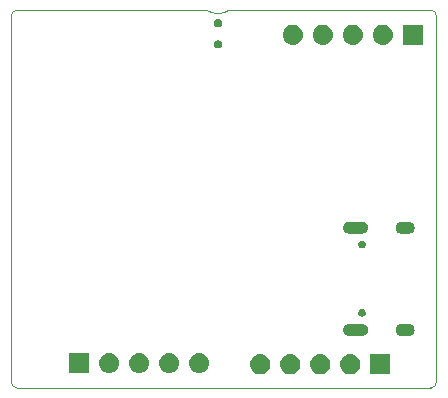
<source format=gbs>
%TF.GenerationSoftware,KiCad,Pcbnew,(6.0.0-rc1-dev-1-g01c5bdfb8)*%
%TF.CreationDate,2019-02-27T15:48:14+01:00*%
%TF.ProjectId,printer-otter,7072696E7465722D6F747465722E6B69,rev?*%
%TF.SameCoordinates,Original*%
%TF.FileFunction,Soldermask,Bot*%
%TF.FilePolarity,Negative*%
%FSLAX46Y46*%
G04 Gerber Fmt 4.6, Leading zero omitted, Abs format (unit mm)*
G04 Created by KiCad (PCBNEW (6.0.0-rc1-dev-1-g01c5bdfb8)) date Wed Feb 27 15:48:14 2019*
%MOMM*%
%LPD*%
G01*
G04 APERTURE LIST*
%ADD10C,0.100000*%
G04 APERTURE END LIST*
D10*
X100000000Y-100500000D02*
G75*
G02X100500000Y-100000000I500000J0D01*
G01*
X100500000Y-132000000D02*
G75*
G02X100000000Y-131500000I0J500000D01*
G01*
X136000000Y-131500000D02*
G75*
G02X135500000Y-132000000I-500000J0D01*
G01*
X135500000Y-100000000D02*
G75*
G02X136000000Y-100500000I0J-500000D01*
G01*
X135500000Y-100000000D02*
X118500000Y-100000000D01*
X136000000Y-131500000D02*
X136000000Y-100500000D01*
X100500000Y-132000000D02*
X135500000Y-132000000D01*
X100000000Y-100500000D02*
X100000000Y-131500000D01*
X104500000Y-100000000D02*
X100500000Y-100000000D01*
X107000000Y-100000000D02*
X104500000Y-100000000D01*
X110000000Y-100000000D02*
X112500000Y-100000000D01*
X113000000Y-100000000D02*
X112500000Y-100000000D01*
X116500000Y-100000000D02*
X116000000Y-100000000D01*
X110000000Y-100000000D02*
X107000000Y-100000000D01*
X116000000Y-100000000D02*
X113000000Y-100000000D01*
X118499999Y-99999999D02*
G75*
G02X116500000Y-100000000I-1000000J1499998D01*
G01*
G36*
X132100000Y-130850000D02*
X130400000Y-130850000D01*
X130400000Y-129150000D01*
X132100000Y-129150000D01*
X132100000Y-130850000D01*
X132100000Y-130850000D01*
G37*
G36*
X121256630Y-129162299D02*
X121416855Y-129210903D01*
X121564520Y-129289831D01*
X121693949Y-129396051D01*
X121800169Y-129525480D01*
X121879097Y-129673145D01*
X121927701Y-129833370D01*
X121944112Y-130000000D01*
X121927701Y-130166630D01*
X121879097Y-130326855D01*
X121800169Y-130474520D01*
X121693949Y-130603949D01*
X121564520Y-130710169D01*
X121416855Y-130789097D01*
X121256630Y-130837701D01*
X121131752Y-130850000D01*
X121048248Y-130850000D01*
X120923370Y-130837701D01*
X120763145Y-130789097D01*
X120615480Y-130710169D01*
X120486051Y-130603949D01*
X120379831Y-130474520D01*
X120300903Y-130326855D01*
X120252299Y-130166630D01*
X120235888Y-130000000D01*
X120252299Y-129833370D01*
X120300903Y-129673145D01*
X120379831Y-129525480D01*
X120486051Y-129396051D01*
X120615480Y-129289831D01*
X120763145Y-129210903D01*
X120923370Y-129162299D01*
X121048248Y-129150000D01*
X121131752Y-129150000D01*
X121256630Y-129162299D01*
X121256630Y-129162299D01*
G37*
G36*
X123796630Y-129162299D02*
X123956855Y-129210903D01*
X124104520Y-129289831D01*
X124233949Y-129396051D01*
X124340169Y-129525480D01*
X124419097Y-129673145D01*
X124467701Y-129833370D01*
X124484112Y-130000000D01*
X124467701Y-130166630D01*
X124419097Y-130326855D01*
X124340169Y-130474520D01*
X124233949Y-130603949D01*
X124104520Y-130710169D01*
X123956855Y-130789097D01*
X123796630Y-130837701D01*
X123671752Y-130850000D01*
X123588248Y-130850000D01*
X123463370Y-130837701D01*
X123303145Y-130789097D01*
X123155480Y-130710169D01*
X123026051Y-130603949D01*
X122919831Y-130474520D01*
X122840903Y-130326855D01*
X122792299Y-130166630D01*
X122775888Y-130000000D01*
X122792299Y-129833370D01*
X122840903Y-129673145D01*
X122919831Y-129525480D01*
X123026051Y-129396051D01*
X123155480Y-129289831D01*
X123303145Y-129210903D01*
X123463370Y-129162299D01*
X123588248Y-129150000D01*
X123671752Y-129150000D01*
X123796630Y-129162299D01*
X123796630Y-129162299D01*
G37*
G36*
X126336630Y-129162299D02*
X126496855Y-129210903D01*
X126644520Y-129289831D01*
X126773949Y-129396051D01*
X126880169Y-129525480D01*
X126959097Y-129673145D01*
X127007701Y-129833370D01*
X127024112Y-130000000D01*
X127007701Y-130166630D01*
X126959097Y-130326855D01*
X126880169Y-130474520D01*
X126773949Y-130603949D01*
X126644520Y-130710169D01*
X126496855Y-130789097D01*
X126336630Y-130837701D01*
X126211752Y-130850000D01*
X126128248Y-130850000D01*
X126003370Y-130837701D01*
X125843145Y-130789097D01*
X125695480Y-130710169D01*
X125566051Y-130603949D01*
X125459831Y-130474520D01*
X125380903Y-130326855D01*
X125332299Y-130166630D01*
X125315888Y-130000000D01*
X125332299Y-129833370D01*
X125380903Y-129673145D01*
X125459831Y-129525480D01*
X125566051Y-129396051D01*
X125695480Y-129289831D01*
X125843145Y-129210903D01*
X126003370Y-129162299D01*
X126128248Y-129150000D01*
X126211752Y-129150000D01*
X126336630Y-129162299D01*
X126336630Y-129162299D01*
G37*
G36*
X128876630Y-129162299D02*
X129036855Y-129210903D01*
X129184520Y-129289831D01*
X129313949Y-129396051D01*
X129420169Y-129525480D01*
X129499097Y-129673145D01*
X129547701Y-129833370D01*
X129564112Y-130000000D01*
X129547701Y-130166630D01*
X129499097Y-130326855D01*
X129420169Y-130474520D01*
X129313949Y-130603949D01*
X129184520Y-130710169D01*
X129036855Y-130789097D01*
X128876630Y-130837701D01*
X128751752Y-130850000D01*
X128668248Y-130850000D01*
X128543370Y-130837701D01*
X128383145Y-130789097D01*
X128235480Y-130710169D01*
X128106051Y-130603949D01*
X127999831Y-130474520D01*
X127920903Y-130326855D01*
X127872299Y-130166630D01*
X127855888Y-130000000D01*
X127872299Y-129833370D01*
X127920903Y-129673145D01*
X127999831Y-129525480D01*
X128106051Y-129396051D01*
X128235480Y-129289831D01*
X128383145Y-129210903D01*
X128543370Y-129162299D01*
X128668248Y-129150000D01*
X128751752Y-129150000D01*
X128876630Y-129162299D01*
X128876630Y-129162299D01*
G37*
G36*
X110996630Y-129062299D02*
X111156855Y-129110903D01*
X111304520Y-129189831D01*
X111433949Y-129296051D01*
X111540169Y-129425480D01*
X111619097Y-129573145D01*
X111667701Y-129733370D01*
X111684112Y-129900000D01*
X111667701Y-130066630D01*
X111619097Y-130226855D01*
X111540169Y-130374520D01*
X111433949Y-130503949D01*
X111304520Y-130610169D01*
X111156855Y-130689097D01*
X110996630Y-130737701D01*
X110871752Y-130750000D01*
X110788248Y-130750000D01*
X110663370Y-130737701D01*
X110503145Y-130689097D01*
X110355480Y-130610169D01*
X110226051Y-130503949D01*
X110119831Y-130374520D01*
X110040903Y-130226855D01*
X109992299Y-130066630D01*
X109975888Y-129900000D01*
X109992299Y-129733370D01*
X110040903Y-129573145D01*
X110119831Y-129425480D01*
X110226051Y-129296051D01*
X110355480Y-129189831D01*
X110503145Y-129110903D01*
X110663370Y-129062299D01*
X110788248Y-129050000D01*
X110871752Y-129050000D01*
X110996630Y-129062299D01*
X110996630Y-129062299D01*
G37*
G36*
X108456630Y-129062299D02*
X108616855Y-129110903D01*
X108764520Y-129189831D01*
X108893949Y-129296051D01*
X109000169Y-129425480D01*
X109079097Y-129573145D01*
X109127701Y-129733370D01*
X109144112Y-129900000D01*
X109127701Y-130066630D01*
X109079097Y-130226855D01*
X109000169Y-130374520D01*
X108893949Y-130503949D01*
X108764520Y-130610169D01*
X108616855Y-130689097D01*
X108456630Y-130737701D01*
X108331752Y-130750000D01*
X108248248Y-130750000D01*
X108123370Y-130737701D01*
X107963145Y-130689097D01*
X107815480Y-130610169D01*
X107686051Y-130503949D01*
X107579831Y-130374520D01*
X107500903Y-130226855D01*
X107452299Y-130066630D01*
X107435888Y-129900000D01*
X107452299Y-129733370D01*
X107500903Y-129573145D01*
X107579831Y-129425480D01*
X107686051Y-129296051D01*
X107815480Y-129189831D01*
X107963145Y-129110903D01*
X108123370Y-129062299D01*
X108248248Y-129050000D01*
X108331752Y-129050000D01*
X108456630Y-129062299D01*
X108456630Y-129062299D01*
G37*
G36*
X106600000Y-130750000D02*
X104900000Y-130750000D01*
X104900000Y-129050000D01*
X106600000Y-129050000D01*
X106600000Y-130750000D01*
X106600000Y-130750000D01*
G37*
G36*
X113536630Y-129062299D02*
X113696855Y-129110903D01*
X113844520Y-129189831D01*
X113973949Y-129296051D01*
X114080169Y-129425480D01*
X114159097Y-129573145D01*
X114207701Y-129733370D01*
X114224112Y-129900000D01*
X114207701Y-130066630D01*
X114159097Y-130226855D01*
X114080169Y-130374520D01*
X113973949Y-130503949D01*
X113844520Y-130610169D01*
X113696855Y-130689097D01*
X113536630Y-130737701D01*
X113411752Y-130750000D01*
X113328248Y-130750000D01*
X113203370Y-130737701D01*
X113043145Y-130689097D01*
X112895480Y-130610169D01*
X112766051Y-130503949D01*
X112659831Y-130374520D01*
X112580903Y-130226855D01*
X112532299Y-130066630D01*
X112515888Y-129900000D01*
X112532299Y-129733370D01*
X112580903Y-129573145D01*
X112659831Y-129425480D01*
X112766051Y-129296051D01*
X112895480Y-129189831D01*
X113043145Y-129110903D01*
X113203370Y-129062299D01*
X113328248Y-129050000D01*
X113411752Y-129050000D01*
X113536630Y-129062299D01*
X113536630Y-129062299D01*
G37*
G36*
X116076630Y-129062299D02*
X116236855Y-129110903D01*
X116384520Y-129189831D01*
X116513949Y-129296051D01*
X116620169Y-129425480D01*
X116699097Y-129573145D01*
X116747701Y-129733370D01*
X116764112Y-129900000D01*
X116747701Y-130066630D01*
X116699097Y-130226855D01*
X116620169Y-130374520D01*
X116513949Y-130503949D01*
X116384520Y-130610169D01*
X116236855Y-130689097D01*
X116076630Y-130737701D01*
X115951752Y-130750000D01*
X115868248Y-130750000D01*
X115743370Y-130737701D01*
X115583145Y-130689097D01*
X115435480Y-130610169D01*
X115306051Y-130503949D01*
X115199831Y-130374520D01*
X115120903Y-130226855D01*
X115072299Y-130066630D01*
X115055888Y-129900000D01*
X115072299Y-129733370D01*
X115120903Y-129573145D01*
X115199831Y-129425480D01*
X115306051Y-129296051D01*
X115435480Y-129189831D01*
X115583145Y-129110903D01*
X115743370Y-129062299D01*
X115868248Y-129050000D01*
X115951752Y-129050000D01*
X116076630Y-129062299D01*
X116076630Y-129062299D01*
G37*
G36*
X129813015Y-126577234D02*
X129907268Y-126605825D01*
X129953697Y-126630643D01*
X129994129Y-126652254D01*
X129994131Y-126652255D01*
X129994130Y-126652255D01*
X130070264Y-126714736D01*
X130132745Y-126790870D01*
X130179175Y-126877732D01*
X130207766Y-126971985D01*
X130217419Y-127070000D01*
X130207766Y-127168015D01*
X130179175Y-127262268D01*
X130154357Y-127308697D01*
X130132746Y-127349129D01*
X130070264Y-127425264D01*
X129994129Y-127487746D01*
X129953697Y-127509357D01*
X129907268Y-127534175D01*
X129813015Y-127562766D01*
X129739564Y-127570000D01*
X128590436Y-127570000D01*
X128516985Y-127562766D01*
X128422732Y-127534175D01*
X128376303Y-127509357D01*
X128335871Y-127487746D01*
X128259736Y-127425264D01*
X128197254Y-127349129D01*
X128175643Y-127308697D01*
X128150825Y-127262268D01*
X128122234Y-127168015D01*
X128112581Y-127070000D01*
X128122234Y-126971985D01*
X128150825Y-126877732D01*
X128197255Y-126790870D01*
X128259736Y-126714736D01*
X128335870Y-126652255D01*
X128335869Y-126652255D01*
X128335871Y-126652254D01*
X128376303Y-126630643D01*
X128422732Y-126605825D01*
X128516985Y-126577234D01*
X128590436Y-126570000D01*
X129739564Y-126570000D01*
X129813015Y-126577234D01*
X129813015Y-126577234D01*
G37*
G36*
X133743015Y-126577234D02*
X133837268Y-126605825D01*
X133883697Y-126630643D01*
X133924129Y-126652254D01*
X133924131Y-126652255D01*
X133924130Y-126652255D01*
X134000264Y-126714736D01*
X134062745Y-126790870D01*
X134109175Y-126877732D01*
X134137766Y-126971985D01*
X134147419Y-127070000D01*
X134137766Y-127168015D01*
X134109175Y-127262268D01*
X134084357Y-127308697D01*
X134062746Y-127349129D01*
X134000264Y-127425264D01*
X133924129Y-127487746D01*
X133883697Y-127509357D01*
X133837268Y-127534175D01*
X133743015Y-127562766D01*
X133669564Y-127570000D01*
X133020436Y-127570000D01*
X132946985Y-127562766D01*
X132852732Y-127534175D01*
X132806303Y-127509357D01*
X132765871Y-127487746D01*
X132689736Y-127425264D01*
X132627254Y-127349129D01*
X132605643Y-127308697D01*
X132580825Y-127262268D01*
X132552234Y-127168015D01*
X132542581Y-127070000D01*
X132552234Y-126971985D01*
X132580825Y-126877732D01*
X132627255Y-126790870D01*
X132689736Y-126714736D01*
X132765870Y-126652255D01*
X132765869Y-126652255D01*
X132765871Y-126652254D01*
X132806303Y-126630643D01*
X132852732Y-126605825D01*
X132946985Y-126577234D01*
X133020436Y-126570000D01*
X133669564Y-126570000D01*
X133743015Y-126577234D01*
X133743015Y-126577234D01*
G37*
G36*
X129789799Y-125327489D02*
X129835543Y-125346437D01*
X129848941Y-125351986D01*
X129848942Y-125351987D01*
X129848945Y-125351988D01*
X129902176Y-125387556D01*
X129947444Y-125432824D01*
X129983012Y-125486055D01*
X130007511Y-125545201D01*
X130020000Y-125607990D01*
X130020000Y-125672010D01*
X130007511Y-125734799D01*
X129983012Y-125793945D01*
X129947444Y-125847176D01*
X129902176Y-125892444D01*
X129848945Y-125928012D01*
X129848942Y-125928013D01*
X129848941Y-125928014D01*
X129835543Y-125933563D01*
X129789799Y-125952511D01*
X129727010Y-125965000D01*
X129662990Y-125965000D01*
X129600201Y-125952511D01*
X129554457Y-125933563D01*
X129541059Y-125928014D01*
X129541058Y-125928013D01*
X129541055Y-125928012D01*
X129487824Y-125892444D01*
X129442556Y-125847176D01*
X129406988Y-125793945D01*
X129382489Y-125734799D01*
X129370000Y-125672010D01*
X129370000Y-125607990D01*
X129382489Y-125545201D01*
X129406988Y-125486055D01*
X129442556Y-125432824D01*
X129487824Y-125387556D01*
X129541055Y-125351988D01*
X129541058Y-125351987D01*
X129541059Y-125351986D01*
X129554457Y-125346437D01*
X129600201Y-125327489D01*
X129662990Y-125315000D01*
X129727010Y-125315000D01*
X129789799Y-125327489D01*
X129789799Y-125327489D01*
G37*
G36*
X129789799Y-119547489D02*
X129835543Y-119566437D01*
X129848941Y-119571986D01*
X129848942Y-119571987D01*
X129848945Y-119571988D01*
X129902176Y-119607556D01*
X129947444Y-119652824D01*
X129983012Y-119706055D01*
X130007511Y-119765201D01*
X130020000Y-119827990D01*
X130020000Y-119892010D01*
X130007511Y-119954799D01*
X129983012Y-120013945D01*
X129947444Y-120067176D01*
X129902176Y-120112444D01*
X129848945Y-120148012D01*
X129848942Y-120148013D01*
X129848941Y-120148014D01*
X129835543Y-120153563D01*
X129789799Y-120172511D01*
X129727010Y-120185000D01*
X129662990Y-120185000D01*
X129600201Y-120172511D01*
X129554457Y-120153563D01*
X129541059Y-120148014D01*
X129541058Y-120148013D01*
X129541055Y-120148012D01*
X129487824Y-120112444D01*
X129442556Y-120067176D01*
X129406988Y-120013945D01*
X129382489Y-119954799D01*
X129370000Y-119892010D01*
X129370000Y-119827990D01*
X129382489Y-119765201D01*
X129406988Y-119706055D01*
X129442556Y-119652824D01*
X129487824Y-119607556D01*
X129541055Y-119571988D01*
X129541058Y-119571987D01*
X129541059Y-119571986D01*
X129554457Y-119566437D01*
X129600201Y-119547489D01*
X129662990Y-119535000D01*
X129727010Y-119535000D01*
X129789799Y-119547489D01*
X129789799Y-119547489D01*
G37*
G36*
X129813015Y-117937234D02*
X129907268Y-117965825D01*
X129953697Y-117990643D01*
X129994129Y-118012254D01*
X129994131Y-118012255D01*
X129994130Y-118012255D01*
X130070264Y-118074736D01*
X130132745Y-118150870D01*
X130179175Y-118237732D01*
X130207766Y-118331985D01*
X130217419Y-118430000D01*
X130207766Y-118528015D01*
X130179175Y-118622268D01*
X130154357Y-118668697D01*
X130132746Y-118709129D01*
X130070264Y-118785264D01*
X129994129Y-118847746D01*
X129953697Y-118869357D01*
X129907268Y-118894175D01*
X129813015Y-118922766D01*
X129739564Y-118930000D01*
X128590436Y-118930000D01*
X128516985Y-118922766D01*
X128422732Y-118894175D01*
X128376303Y-118869357D01*
X128335871Y-118847746D01*
X128259736Y-118785264D01*
X128197254Y-118709129D01*
X128175643Y-118668697D01*
X128150825Y-118622268D01*
X128122234Y-118528015D01*
X128112581Y-118430000D01*
X128122234Y-118331985D01*
X128150825Y-118237732D01*
X128197255Y-118150870D01*
X128259736Y-118074736D01*
X128335870Y-118012255D01*
X128335869Y-118012255D01*
X128335871Y-118012254D01*
X128376303Y-117990643D01*
X128422732Y-117965825D01*
X128516985Y-117937234D01*
X128590436Y-117930000D01*
X129739564Y-117930000D01*
X129813015Y-117937234D01*
X129813015Y-117937234D01*
G37*
G36*
X133743015Y-117937234D02*
X133837268Y-117965825D01*
X133883697Y-117990643D01*
X133924129Y-118012254D01*
X133924131Y-118012255D01*
X133924130Y-118012255D01*
X134000264Y-118074736D01*
X134062745Y-118150870D01*
X134109175Y-118237732D01*
X134137766Y-118331985D01*
X134147419Y-118430000D01*
X134137766Y-118528015D01*
X134109175Y-118622268D01*
X134084357Y-118668697D01*
X134062746Y-118709129D01*
X134000264Y-118785264D01*
X133924129Y-118847746D01*
X133883697Y-118869357D01*
X133837268Y-118894175D01*
X133743015Y-118922766D01*
X133669564Y-118930000D01*
X133020436Y-118930000D01*
X132946985Y-118922766D01*
X132852732Y-118894175D01*
X132806303Y-118869357D01*
X132765871Y-118847746D01*
X132689736Y-118785264D01*
X132627254Y-118709129D01*
X132605643Y-118668697D01*
X132580825Y-118622268D01*
X132552234Y-118528015D01*
X132542581Y-118430000D01*
X132552234Y-118331985D01*
X132580825Y-118237732D01*
X132627255Y-118150870D01*
X132689736Y-118074736D01*
X132765870Y-118012255D01*
X132765869Y-118012255D01*
X132765871Y-118012254D01*
X132806303Y-117990643D01*
X132852732Y-117965825D01*
X132946985Y-117937234D01*
X133020436Y-117930000D01*
X133669564Y-117930000D01*
X133743015Y-117937234D01*
X133743015Y-117937234D01*
G37*
G36*
X117551377Y-102553363D02*
X117602091Y-102563450D01*
X117665787Y-102589834D01*
X117723112Y-102628137D01*
X117771863Y-102676888D01*
X117810166Y-102734213D01*
X117836550Y-102797909D01*
X117850000Y-102865528D01*
X117850000Y-102934472D01*
X117836550Y-103002091D01*
X117810166Y-103065787D01*
X117771863Y-103123112D01*
X117723112Y-103171863D01*
X117665787Y-103210166D01*
X117602091Y-103236550D01*
X117551377Y-103246638D01*
X117534473Y-103250000D01*
X117465527Y-103250000D01*
X117448623Y-103246638D01*
X117397909Y-103236550D01*
X117334213Y-103210166D01*
X117276888Y-103171863D01*
X117228137Y-103123112D01*
X117189834Y-103065787D01*
X117163450Y-103002091D01*
X117150000Y-102934472D01*
X117150000Y-102865528D01*
X117163450Y-102797909D01*
X117189834Y-102734213D01*
X117228137Y-102676888D01*
X117276888Y-102628137D01*
X117334213Y-102589834D01*
X117397909Y-102563450D01*
X117448623Y-102553363D01*
X117465527Y-102550000D01*
X117534473Y-102550000D01*
X117551377Y-102553363D01*
X117551377Y-102553363D01*
G37*
G36*
X129086630Y-101262299D02*
X129246855Y-101310903D01*
X129394520Y-101389831D01*
X129523949Y-101496051D01*
X129630169Y-101625480D01*
X129709097Y-101773145D01*
X129757701Y-101933370D01*
X129774112Y-102100000D01*
X129757701Y-102266630D01*
X129709097Y-102426855D01*
X129630169Y-102574520D01*
X129523949Y-102703949D01*
X129394520Y-102810169D01*
X129246855Y-102889097D01*
X129086630Y-102937701D01*
X128961752Y-102950000D01*
X128878248Y-102950000D01*
X128753370Y-102937701D01*
X128593145Y-102889097D01*
X128445480Y-102810169D01*
X128316051Y-102703949D01*
X128209831Y-102574520D01*
X128130903Y-102426855D01*
X128082299Y-102266630D01*
X128065888Y-102100000D01*
X128082299Y-101933370D01*
X128130903Y-101773145D01*
X128209831Y-101625480D01*
X128316051Y-101496051D01*
X128445480Y-101389831D01*
X128593145Y-101310903D01*
X128753370Y-101262299D01*
X128878248Y-101250000D01*
X128961752Y-101250000D01*
X129086630Y-101262299D01*
X129086630Y-101262299D01*
G37*
G36*
X134850000Y-102950000D02*
X133150000Y-102950000D01*
X133150000Y-101250000D01*
X134850000Y-101250000D01*
X134850000Y-102950000D01*
X134850000Y-102950000D01*
G37*
G36*
X131626630Y-101262299D02*
X131786855Y-101310903D01*
X131934520Y-101389831D01*
X132063949Y-101496051D01*
X132170169Y-101625480D01*
X132249097Y-101773145D01*
X132297701Y-101933370D01*
X132314112Y-102100000D01*
X132297701Y-102266630D01*
X132249097Y-102426855D01*
X132170169Y-102574520D01*
X132063949Y-102703949D01*
X131934520Y-102810169D01*
X131786855Y-102889097D01*
X131626630Y-102937701D01*
X131501752Y-102950000D01*
X131418248Y-102950000D01*
X131293370Y-102937701D01*
X131133145Y-102889097D01*
X130985480Y-102810169D01*
X130856051Y-102703949D01*
X130749831Y-102574520D01*
X130670903Y-102426855D01*
X130622299Y-102266630D01*
X130605888Y-102100000D01*
X130622299Y-101933370D01*
X130670903Y-101773145D01*
X130749831Y-101625480D01*
X130856051Y-101496051D01*
X130985480Y-101389831D01*
X131133145Y-101310903D01*
X131293370Y-101262299D01*
X131418248Y-101250000D01*
X131501752Y-101250000D01*
X131626630Y-101262299D01*
X131626630Y-101262299D01*
G37*
G36*
X126546630Y-101262299D02*
X126706855Y-101310903D01*
X126854520Y-101389831D01*
X126983949Y-101496051D01*
X127090169Y-101625480D01*
X127169097Y-101773145D01*
X127217701Y-101933370D01*
X127234112Y-102100000D01*
X127217701Y-102266630D01*
X127169097Y-102426855D01*
X127090169Y-102574520D01*
X126983949Y-102703949D01*
X126854520Y-102810169D01*
X126706855Y-102889097D01*
X126546630Y-102937701D01*
X126421752Y-102950000D01*
X126338248Y-102950000D01*
X126213370Y-102937701D01*
X126053145Y-102889097D01*
X125905480Y-102810169D01*
X125776051Y-102703949D01*
X125669831Y-102574520D01*
X125590903Y-102426855D01*
X125542299Y-102266630D01*
X125525888Y-102100000D01*
X125542299Y-101933370D01*
X125590903Y-101773145D01*
X125669831Y-101625480D01*
X125776051Y-101496051D01*
X125905480Y-101389831D01*
X126053145Y-101310903D01*
X126213370Y-101262299D01*
X126338248Y-101250000D01*
X126421752Y-101250000D01*
X126546630Y-101262299D01*
X126546630Y-101262299D01*
G37*
G36*
X124006630Y-101262299D02*
X124166855Y-101310903D01*
X124314520Y-101389831D01*
X124443949Y-101496051D01*
X124550169Y-101625480D01*
X124629097Y-101773145D01*
X124677701Y-101933370D01*
X124694112Y-102100000D01*
X124677701Y-102266630D01*
X124629097Y-102426855D01*
X124550169Y-102574520D01*
X124443949Y-102703949D01*
X124314520Y-102810169D01*
X124166855Y-102889097D01*
X124006630Y-102937701D01*
X123881752Y-102950000D01*
X123798248Y-102950000D01*
X123673370Y-102937701D01*
X123513145Y-102889097D01*
X123365480Y-102810169D01*
X123236051Y-102703949D01*
X123129831Y-102574520D01*
X123050903Y-102426855D01*
X123002299Y-102266630D01*
X122985888Y-102100000D01*
X123002299Y-101933370D01*
X123050903Y-101773145D01*
X123129831Y-101625480D01*
X123236051Y-101496051D01*
X123365480Y-101389831D01*
X123513145Y-101310903D01*
X123673370Y-101262299D01*
X123798248Y-101250000D01*
X123881752Y-101250000D01*
X124006630Y-101262299D01*
X124006630Y-101262299D01*
G37*
G36*
X117551377Y-100753363D02*
X117602091Y-100763450D01*
X117665787Y-100789834D01*
X117723112Y-100828137D01*
X117771863Y-100876888D01*
X117810166Y-100934213D01*
X117836550Y-100997909D01*
X117850000Y-101065528D01*
X117850000Y-101134472D01*
X117836550Y-101202091D01*
X117810166Y-101265787D01*
X117771863Y-101323112D01*
X117723112Y-101371863D01*
X117665787Y-101410166D01*
X117602091Y-101436550D01*
X117551377Y-101446637D01*
X117534473Y-101450000D01*
X117465527Y-101450000D01*
X117448623Y-101446637D01*
X117397909Y-101436550D01*
X117334213Y-101410166D01*
X117276888Y-101371863D01*
X117228137Y-101323112D01*
X117189834Y-101265787D01*
X117163450Y-101202091D01*
X117150000Y-101134472D01*
X117150000Y-101065528D01*
X117163450Y-100997909D01*
X117189834Y-100934213D01*
X117228137Y-100876888D01*
X117276888Y-100828137D01*
X117334213Y-100789834D01*
X117397909Y-100763450D01*
X117448623Y-100753363D01*
X117465527Y-100750000D01*
X117534473Y-100750000D01*
X117551377Y-100753363D01*
X117551377Y-100753363D01*
G37*
M02*

</source>
